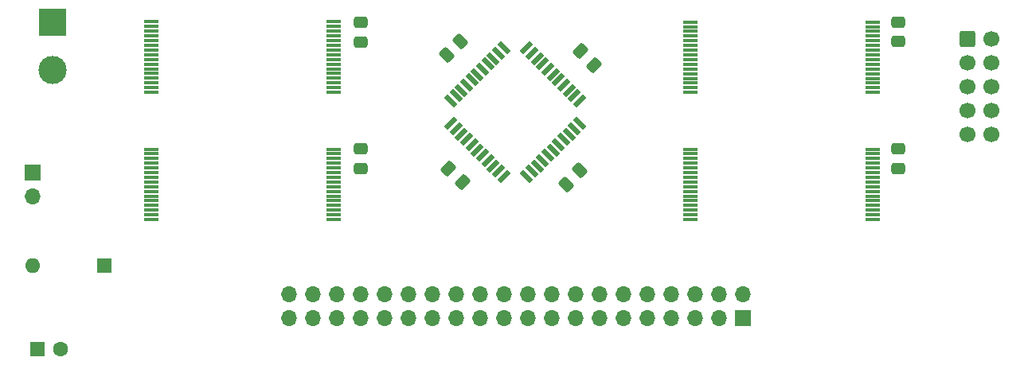
<source format=gbr>
%TF.GenerationSoftware,KiCad,Pcbnew,9.0.2*%
%TF.CreationDate,2025-06-22T07:24:44+02:00*%
%TF.ProjectId,p2000t-ram-expansion-board-128-512-smd-cpld,70323030-3074-42d7-9261-6d2d65787061,4*%
%TF.SameCoordinates,Original*%
%TF.FileFunction,Soldermask,Top*%
%TF.FilePolarity,Negative*%
%FSLAX46Y46*%
G04 Gerber Fmt 4.6, Leading zero omitted, Abs format (unit mm)*
G04 Created by KiCad (PCBNEW 9.0.2) date 2025-06-22 07:24:44*
%MOMM*%
%LPD*%
G01*
G04 APERTURE LIST*
G04 Aperture macros list*
%AMRoundRect*
0 Rectangle with rounded corners*
0 $1 Rounding radius*
0 $2 $3 $4 $5 $6 $7 $8 $9 X,Y pos of 4 corners*
0 Add a 4 corners polygon primitive as box body*
4,1,4,$2,$3,$4,$5,$6,$7,$8,$9,$2,$3,0*
0 Add four circle primitives for the rounded corners*
1,1,$1+$1,$2,$3*
1,1,$1+$1,$4,$5*
1,1,$1+$1,$6,$7*
1,1,$1+$1,$8,$9*
0 Add four rect primitives between the rounded corners*
20,1,$1+$1,$2,$3,$4,$5,0*
20,1,$1+$1,$4,$5,$6,$7,0*
20,1,$1+$1,$6,$7,$8,$9,0*
20,1,$1+$1,$8,$9,$2,$3,0*%
%AMRotRect*
0 Rectangle, with rotation*
0 The origin of the aperture is its center*
0 $1 length*
0 $2 width*
0 $3 Rotation angle, in degrees counterclockwise*
0 Add horizontal line*
21,1,$1,$2,0,0,$3*%
G04 Aperture macros list end*
%ADD10RoundRect,0.250000X-0.097227X0.574524X-0.574524X0.097227X0.097227X-0.574524X0.574524X-0.097227X0*%
%ADD11RoundRect,0.075000X-0.712500X-0.075000X0.712500X-0.075000X0.712500X0.075000X-0.712500X0.075000X0*%
%ADD12R,1.600000X1.600000*%
%ADD13O,1.600000X1.600000*%
%ADD14RoundRect,0.250000X-0.475000X0.337500X-0.475000X-0.337500X0.475000X-0.337500X0.475000X0.337500X0*%
%ADD15RoundRect,0.250000X-0.600000X-0.600000X0.600000X-0.600000X0.600000X0.600000X-0.600000X0.600000X0*%
%ADD16C,1.700000*%
%ADD17R,1.700000X1.700000*%
%ADD18O,1.700000X1.700000*%
%ADD19RoundRect,0.250000X0.097227X-0.574524X0.574524X-0.097227X-0.097227X0.574524X-0.574524X0.097227X0*%
%ADD20RotRect,1.500000X0.550000X45.000000*%
%ADD21RotRect,1.500000X0.550000X135.000000*%
%ADD22C,1.600000*%
%ADD23RoundRect,0.250000X0.574524X0.097227X0.097227X0.574524X-0.574524X-0.097227X-0.097227X-0.574524X0*%
%ADD24R,3.000000X3.000000*%
%ADD25C,3.000000*%
%ADD26RoundRect,0.250000X-0.574524X-0.097227X-0.097227X-0.574524X0.574524X0.097227X0.097227X0.574524X0*%
G04 APERTURE END LIST*
D10*
%TO.C,C1*%
X81733623Y-64766377D03*
X80266377Y-66233623D03*
%TD*%
D11*
%TO.C,U4*%
X93472000Y-48955000D03*
X93472000Y-49455000D03*
X93472000Y-49955000D03*
X93472000Y-50455000D03*
X93472000Y-50955000D03*
X93472000Y-51455000D03*
X93472000Y-51955000D03*
X93472000Y-52455000D03*
X93472000Y-52955000D03*
X93472000Y-53455000D03*
X93472000Y-53955000D03*
X93472000Y-54455000D03*
X93472000Y-54955000D03*
X93472000Y-55455000D03*
X93472000Y-55955000D03*
X93472000Y-56455000D03*
X112847000Y-56455000D03*
X112847000Y-55955000D03*
X112847000Y-55455000D03*
X112847000Y-54955000D03*
X112847000Y-54455000D03*
X112847000Y-53955000D03*
X112847000Y-53455000D03*
X112847000Y-52955000D03*
X112847000Y-52455000D03*
X112847000Y-51955000D03*
X112847000Y-51455000D03*
X112847000Y-50955000D03*
X112847000Y-50455000D03*
X112847000Y-49955000D03*
X112847000Y-49455000D03*
X112847000Y-48955000D03*
%TD*%
D12*
%TO.C,D1*%
X31115000Y-74930000D03*
D13*
X23495000Y-74930000D03*
%TD*%
D14*
%TO.C,C5*%
X58420000Y-48990000D03*
X58420000Y-51065000D03*
%TD*%
%TO.C,C2*%
X58420000Y-62484000D03*
X58420000Y-64559000D03*
%TD*%
D15*
%TO.C,J4*%
X122936000Y-50800000D03*
D16*
X125476000Y-50800000D03*
X122936000Y-53340000D03*
X125476000Y-53340000D03*
X122936000Y-55880000D03*
X125476000Y-55880000D03*
X122936000Y-58420000D03*
X125476000Y-58420000D03*
X122936000Y-60960000D03*
X125476000Y-60960000D03*
%TD*%
D17*
%TO.C,J2*%
X23500000Y-64990000D03*
D18*
X23500000Y-67530000D03*
%TD*%
D19*
%TO.C,C6*%
X67516377Y-52483623D03*
X68983623Y-51016377D03*
%TD*%
D14*
%TO.C,C9*%
X115570000Y-48971200D03*
X115570000Y-51046200D03*
%TD*%
D11*
%TO.C,U2*%
X36165000Y-48940000D03*
X36165000Y-49440000D03*
X36165000Y-49940000D03*
X36165000Y-50440000D03*
X36165000Y-50940000D03*
X36165000Y-51440000D03*
X36165000Y-51940000D03*
X36165000Y-52440000D03*
X36165000Y-52940000D03*
X36165000Y-53440000D03*
X36165000Y-53940000D03*
X36165000Y-54440000D03*
X36165000Y-54940000D03*
X36165000Y-55440000D03*
X36165000Y-55940000D03*
X36165000Y-56440000D03*
X55540000Y-56440000D03*
X55540000Y-55940000D03*
X55540000Y-55440000D03*
X55540000Y-54940000D03*
X55540000Y-54440000D03*
X55540000Y-53940000D03*
X55540000Y-53440000D03*
X55540000Y-52940000D03*
X55540000Y-52440000D03*
X55540000Y-51940000D03*
X55540000Y-51440000D03*
X55540000Y-50940000D03*
X55540000Y-50440000D03*
X55540000Y-49940000D03*
X55540000Y-49440000D03*
X55540000Y-48940000D03*
%TD*%
D20*
%TO.C,U1*%
X67974664Y-59768382D03*
X68540350Y-60334067D03*
X69106035Y-60899752D03*
X69671720Y-61465438D03*
X70237406Y-62031123D03*
X70803091Y-62596809D03*
X71368777Y-63162494D03*
X71934462Y-63728180D03*
X72500148Y-64293865D03*
X73065833Y-64859550D03*
X73631518Y-65425236D03*
D21*
X76035682Y-65425236D03*
X76601367Y-64859550D03*
X77167052Y-64293865D03*
X77732738Y-63728180D03*
X78298423Y-63162494D03*
X78864109Y-62596809D03*
X79429794Y-62031123D03*
X79995480Y-61465438D03*
X80561165Y-60899752D03*
X81126850Y-60334067D03*
X81692536Y-59768382D03*
D20*
X81692536Y-57364218D03*
X81126850Y-56798533D03*
X80561165Y-56232848D03*
X79995480Y-55667162D03*
X79429794Y-55101477D03*
X78864109Y-54535791D03*
X78298423Y-53970106D03*
X77732738Y-53404420D03*
X77167052Y-52838735D03*
X76601367Y-52273050D03*
X76035682Y-51707364D03*
D21*
X73631518Y-51707364D03*
X73065833Y-52273050D03*
X72500148Y-52838735D03*
X71934462Y-53404420D03*
X71368777Y-53970106D03*
X70803091Y-54535791D03*
X70237406Y-55101477D03*
X69671720Y-55667162D03*
X69106035Y-56232848D03*
X68540350Y-56798533D03*
X67974664Y-57364218D03*
%TD*%
D12*
%TO.C,C3*%
X24000000Y-83750000D03*
D22*
X26500000Y-83750000D03*
%TD*%
D11*
%TO.C,U3*%
X36165000Y-62492000D03*
X36165000Y-62992000D03*
X36165000Y-63492000D03*
X36165000Y-63992000D03*
X36165000Y-64492000D03*
X36165000Y-64992000D03*
X36165000Y-65492000D03*
X36165000Y-65992000D03*
X36165000Y-66492000D03*
X36165000Y-66992000D03*
X36165000Y-67492000D03*
X36165000Y-67992000D03*
X36165000Y-68492000D03*
X36165000Y-68992000D03*
X36165000Y-69492000D03*
X36165000Y-69992000D03*
X55540000Y-69992000D03*
X55540000Y-69492000D03*
X55540000Y-68992000D03*
X55540000Y-68492000D03*
X55540000Y-67992000D03*
X55540000Y-67492000D03*
X55540000Y-66992000D03*
X55540000Y-66492000D03*
X55540000Y-65992000D03*
X55540000Y-65492000D03*
X55540000Y-64992000D03*
X55540000Y-64492000D03*
X55540000Y-63992000D03*
X55540000Y-63492000D03*
X55540000Y-62992000D03*
X55540000Y-62492000D03*
%TD*%
%TO.C,U5*%
X93472000Y-62492000D03*
X93472000Y-62992000D03*
X93472000Y-63492000D03*
X93472000Y-63992000D03*
X93472000Y-64492000D03*
X93472000Y-64992000D03*
X93472000Y-65492000D03*
X93472000Y-65992000D03*
X93472000Y-66492000D03*
X93472000Y-66992000D03*
X93472000Y-67492000D03*
X93472000Y-67992000D03*
X93472000Y-68492000D03*
X93472000Y-68992000D03*
X93472000Y-69492000D03*
X93472000Y-69992000D03*
X112847000Y-69992000D03*
X112847000Y-69492000D03*
X112847000Y-68992000D03*
X112847000Y-68492000D03*
X112847000Y-67992000D03*
X112847000Y-67492000D03*
X112847000Y-66992000D03*
X112847000Y-66492000D03*
X112847000Y-65992000D03*
X112847000Y-65492000D03*
X112847000Y-64992000D03*
X112847000Y-64492000D03*
X112847000Y-63992000D03*
X112847000Y-63492000D03*
X112847000Y-62992000D03*
X112847000Y-62492000D03*
%TD*%
D14*
%TO.C,C4*%
X115570000Y-62484000D03*
X115570000Y-64559000D03*
%TD*%
D23*
%TO.C,C7*%
X69233623Y-66016323D03*
X67766377Y-64549077D03*
%TD*%
D24*
%TO.C,J3*%
X25658000Y-49020000D03*
D25*
X25658000Y-54100000D03*
%TD*%
D26*
%TO.C,C8*%
X81766377Y-52049077D03*
X83233623Y-53516323D03*
%TD*%
D17*
%TO.C,J1*%
X99055000Y-80518000D03*
D18*
X99055000Y-77978000D03*
X96515000Y-80518000D03*
X96515000Y-77978000D03*
X93975000Y-80518000D03*
X93975000Y-77978000D03*
X91435000Y-80518000D03*
X91435000Y-77978000D03*
X88895000Y-80518000D03*
X88895000Y-77978000D03*
X86355000Y-80518000D03*
X86355000Y-77978000D03*
X83815000Y-80518000D03*
X83815000Y-77978000D03*
X81275000Y-80518000D03*
X81275000Y-77978000D03*
X78735000Y-80518000D03*
X78735000Y-77978000D03*
X76195000Y-80518000D03*
X76195000Y-77978000D03*
X73655000Y-80518000D03*
X73655000Y-77978000D03*
X71115000Y-80518000D03*
X71115000Y-77978000D03*
X68575000Y-80518000D03*
X68575000Y-77978000D03*
X66035000Y-80518000D03*
X66035000Y-77978000D03*
X63495000Y-80518000D03*
X63495000Y-77978000D03*
X60955000Y-80518000D03*
X60955000Y-77978000D03*
X58415000Y-80518000D03*
X58415000Y-77978000D03*
X55875000Y-80518000D03*
X55875000Y-77978000D03*
X53335000Y-80518000D03*
X53335000Y-77978000D03*
X50795000Y-80518000D03*
X50795000Y-77978000D03*
%TD*%
M02*

</source>
